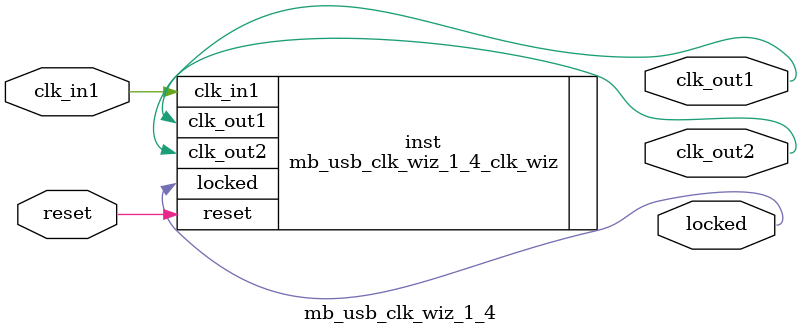
<source format=v>


`timescale 1ps/1ps

(* CORE_GENERATION_INFO = "mb_usb_clk_wiz_1_4,clk_wiz_v6_0_11_0_0,{component_name=mb_usb_clk_wiz_1_4,use_phase_alignment=true,use_min_o_jitter=false,use_max_i_jitter=false,use_dyn_phase_shift=false,use_inclk_switchover=false,use_dyn_reconfig=false,enable_axi=0,feedback_source=FDBK_AUTO,PRIMITIVE=MMCM,num_out_clk=2,clkin1_period=10.000,clkin2_period=10.000,use_power_down=false,use_reset=true,use_locked=true,use_inclk_stopped=false,feedback_type=SINGLE,CLOCK_MGR_TYPE=NA,manual_override=false}" *)

module mb_usb_clk_wiz_1_4 
 (
  // Clock out ports
  output        clk_out1,
  output        clk_out2,
  // Status and control signals
  input         reset,
  output        locked,
 // Clock in ports
  input         clk_in1
 );

  mb_usb_clk_wiz_1_4_clk_wiz inst
  (
  // Clock out ports  
  .clk_out1(clk_out1),
  .clk_out2(clk_out2),
  // Status and control signals               
  .reset(reset), 
  .locked(locked),
 // Clock in ports
  .clk_in1(clk_in1)
  );

endmodule

</source>
